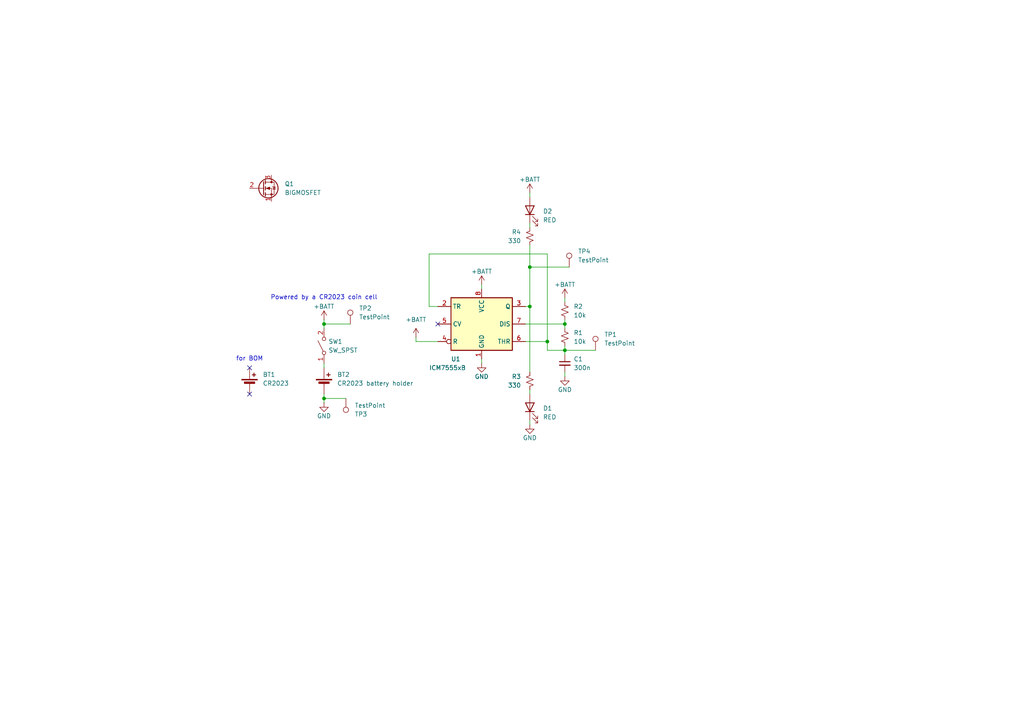
<source format=kicad_sch>
(kicad_sch (version 20250114) (generator "eeschema") (generator_version "9.0")
  (paper "A4")
  (title_block (title "Blinky Board") (date "2025-04-07") (rev "1.0") (company "PSU ECE Inc"))
  (lib_symbols
    (symbol "Connector:TestPoint" (pin_numbers (hide yes)) (pin_names (offset 0.762) (hide yes))
      (property "Reference" "TP" (at 0 6.858 0))
      (property "Value" "TestPoint" (at 0 5.08 0))
      (symbol "TestPoint_0_1"
        (circle (center 0 3.302) (radius 0.762))
      )
      (symbol "TestPoint_1_1"
        (pin passive line (at 0 0 90) (length 2.54) (name "1") (number "1"))
      )
    )
    (symbol "Device:Battery_Cell" (pin_numbers (hide yes)) (pin_names (offset 0) (hide yes))
      (property "Reference" "BT" (at 2.54 2.54 0))
      (property "Value" "Battery_Cell" (at 2.54 0 0))
      (symbol "Battery_Cell_0_1"
        (rectangle (start -2.286 1.778) (end 2.286 1.524) (fill (type outline)))
        (rectangle (start -1.524 1.016) (end 1.524 0.508) (fill (type outline)))
        (polyline (pts (xy 0 1.778) (xy 0 2.54)))
        (polyline (pts (xy 0 0.762) (xy 0 0)))
        (polyline (pts (xy 0.762 3.048) (xy 1.778 3.048)) (stroke (width 0.254)))
        (polyline (pts (xy 1.27 3.556) (xy 1.27 2.54)) (stroke (width 0.254)))
      )
      (symbol "Battery_Cell_1_1"
        (pin passive line (at 0 5.08 270) (length 2.54) (name "+") (number "1"))
        (pin passive line (at 0 -2.54 90) (length 2.54) (name "-") (number "2"))
      )
    )
    (symbol "Device:C_Small" (pin_numbers (hide yes)) (pin_names (offset 0.254) (hide yes))
      (property "Reference" "C" (at 0.254 1.778 0))
      (property "Value" "C_Small" (at 0.254 -2.032 0))
      (symbol "C_Small_0_1"
        (polyline (pts (xy -1.524 0.508) (xy 1.524 0.508)) (stroke (width 0.3048)))
        (polyline (pts (xy -1.524 -0.508) (xy 1.524 -0.508)) (stroke (width 0.3302)))
      )
      (symbol "C_Small_1_1"
        (pin passive line (at 0 2.54 270) (length 2.032) (name "~") (number "1"))
        (pin passive line (at 0 -2.54 90) (length 2.032) (name "~") (number "2"))
      )
    )
    (symbol "Device:LED" (pin_numbers (hide yes)) (pin_names (offset 1.016) (hide yes))
      (property "Reference" "D" (at 0 2.54 0))
      (property "Value" "LED" (at 0 -2.54 0))
      (symbol "LED_0_1"
        (polyline (pts (xy -3.048 -0.762) (xy -4.572 -2.286) (xy -3.81 -2.286) (xy -4.572 -2.286) (xy -4.572 -1.524)))
        (polyline (pts (xy -1.778 -0.762) (xy -3.302 -2.286) (xy -2.54 -2.286) (xy -3.302 -2.286) (xy -3.302 -1.524)))
        (polyline (pts (xy -1.27 0) (xy 1.27 0)))
        (polyline (pts (xy -1.27 -1.27) (xy -1.27 1.27)) (stroke (width 0.254)))
        (polyline (pts (xy 1.27 -1.27) (xy 1.27 1.27) (xy -1.27 0) (xy 1.27 -1.27)) (stroke (width 0.254)))
      )
      (symbol "LED_1_1"
        (pin passive line (at -3.81 0 0) (length 2.54) (name "K") (number "1"))
        (pin passive line (at 3.81 0 180) (length 2.54) (name "A") (number "2"))
      )
    )
    (symbol "Device:R_Small_US" (pin_numbers (hide yes)) (pin_names (offset 0.254) (hide yes))
      (property "Reference" "R" (at 0.762 0.508 0))
      (property "Value" "R_Small_US" (at 0.762 -1.016 0))
      (symbol "R_Small_US_1_1"
        (polyline (pts (xy 0 1.524) (xy 1.016 1.143) (xy 0 0.762) (xy -1.016 0.381) (xy 0 0)))
        (polyline (pts (xy 0 0) (xy 1.016 -0.381) (xy 0 -0.762) (xy -1.016 -1.143) (xy 0 -1.524)))
        (pin passive line (at 0 2.54 270) (length 1.016) (name "~") (number "1"))
        (pin passive line (at 0 -2.54 90) (length 1.016) (name "~") (number "2"))
      )
    )
    (symbol "Switch:SW_SPST" (pin_names (offset 0) (hide yes))
      (property "Reference" "SW" (at 0 3.175 0))
      (property "Value" "SW_SPST" (at 0 -2.54 0))
      (symbol "SW_SPST_0_0"
        (circle (center -2.032 0) (radius 0.508))
        (polyline (pts (xy -1.524 0.254) (xy 1.524 1.778)))
        (circle (center 2.032 0) (radius 0.508))
      )
      (symbol "SW_SPST_1_1"
        (pin passive line (at -5.08 0 0) (length 2.54) (name "A") (number "1"))
        (pin passive line (at 5.08 0 180) (length 2.54) (name "B") (number "2"))
      )
    )
    (symbol "Timer:ICM7555xB"
      (property "Reference" "U" (at -10.16 8.89 0))
      (property "Value" "ICM7555xB" (at 2.54 8.89 0))
      (symbol "ICM7555xB_0_0"
        (pin power_in line (at 0 10.16 270) (length 2.54) (name "VCC") (number "8"))
        (pin power_in line (at 0 -10.16 90) (length 2.54) (name "GND") (number "1"))
      )
      (symbol "ICM7555xB_0_1"
        (rectangle (start -8.89 -7.62) (end 8.89 7.62) (stroke (width 0.254)) (fill (type background)))
        (rectangle (start -8.89 -7.62) (end 8.89 7.62) (stroke (width 0.254)) (fill (type background)))
      )
      (symbol "ICM7555xB_1_1"
        (pin input line (at -12.7 5.08 0) (length 3.81) (name "TR") (number "2"))
        (pin input line (at -12.7 0 0) (length 3.81) (name "CV") (number "5"))
        (pin input inverted (at -12.7 -5.08 0) (length 3.81) (name "R") (number "4"))
        (pin output line (at 12.7 5.08 180) (length 3.81) (name "Q") (number "3"))
        (pin input line (at 12.7 0 180) (length 3.81) (name "DIS") (number "7"))
        (pin input line (at 12.7 -5.08 180) (length 3.81) (name "THR") (number "6"))
      )
    )
    (symbol "power:+BATT" (power) (pin_numbers (hide yes)) (pin_names (offset 0) (hide yes))
      (property "Value" "+BATT" (at 0 3.556 0))
      (symbol "+BATT_0_1"
        (polyline (pts (xy -0.762 1.27) (xy 0 2.54)))
        (polyline (pts (xy 0 2.54) (xy 0.762 1.27)))
        (polyline (pts (xy 0 0) (xy 0 2.54)))
      )
      (symbol "+BATT_1_1"
        (pin power_in line (at 0 0 90) (length 0) (name "~") (number "1"))
      )
    )
    (symbol "power:GND" (power) (pin_numbers (hide yes)) (pin_names (offset 0) (hide yes))
      (property "Value" "GND" (at 0 -3.81 0))
      (symbol "GND_0_1"
        (polyline (pts (xy 0 0) (xy 0 -1.27) (xy 1.27 -1.27) (xy 0 -2.54) (xy -1.27 -1.27) (xy 0 -1.27)))
      )
      (symbol "GND_1_1"
        (pin power_in line (at 0 0 270) (length 0) (name "~") (number "1"))
      )
    )
    (symbol "workshop-lib:BIGMOSFET" (pin_names (hide yes))
      (property "Reference" "Q" (at 5.08 1.905 0))
      (property "Value" "BIGMOSFET" (at 5.08 0 0))
      (symbol "BIGMOSFET_0_1"
        (polyline (pts (xy 0.254 1.905) (xy 0.254 -1.905)) (stroke (width 0.254)))
        (polyline (pts (xy 0.254 0) (xy -2.54 0)))
        (polyline (pts (xy 0.762 2.286) (xy 0.762 1.27)) (stroke (width 0.254)))
        (polyline (pts (xy 0.762 0.508) (xy 0.762 -0.508)) (stroke (width 0.254)))
        (polyline (pts (xy 0.762 -1.27) (xy 0.762 -2.286)) (stroke (width 0.254)))
        (polyline (pts (xy 0.762 -1.778) (xy 3.302 -1.778) (xy 3.302 1.778) (xy 0.762 1.778)))
        (polyline (pts (xy 1.016 0) (xy 2.032 0.381) (xy 2.032 -0.381) (xy 1.016 0)) (fill (type outline)))
        (circle (center 1.651 0) (radius 2.794) (stroke (width 0.254)))
        (polyline (pts (xy 2.54 2.54) (xy 2.54 1.778)))
        (circle (center 2.54 1.778) (radius 0.254) (fill (type outline)))
        (circle (center 2.54 -1.778) (radius 0.254) (fill (type outline)))
        (polyline (pts (xy 2.54 -2.54) (xy 2.54 0) (xy 0.762 0)))
        (polyline (pts (xy 2.794 0.508) (xy 2.921 0.381) (xy 3.683 0.381) (xy 3.81 0.254)))
        (polyline (pts (xy 3.302 0.381) (xy 2.921 -0.254) (xy 3.683 -0.254) (xy 3.302 0.381)))
      )
      (symbol "BIGMOSFET_1_1"
        (pin input line (at -3.81 0 0) (length 1.27) (name "G") (number "2"))
        (pin passive line (at 2.54 3.81 270) (length 1.27) (name "D") (number "3"))
        (pin passive line (at 2.54 3.81 270) (length 1.27) (hide yes) (name "D") (number "4"))
        (pin passive line (at 2.54 -3.81 90) (length 1.27) (name "S") (number "1"))
        (pin passive line (at 2.54 -3.81 90) (length 1.27) (hide yes) (name "S") (number "5"))
        (pin passive line (at 2.54 -3.81 90) (length 1.27) (hide yes) (name "S") (number "6"))
      )
    )
  )
  (text "for BOM" (at 72.39 104.14 0) (effects (font (size 1.27 1.27))))
  (text "Powered by a CR2023 coin cell" (at 93.98 86.36 0) (effects (font (size 1.27 1.27))))
  (junction (at 93.98 115.57))
  (junction (at 163.83 101.6))
  (junction (at 153.67 88.9))
  (junction (at 153.67 77.47))
  (junction (at 93.98 93.98))
  (junction (at 163.83 93.98))
  (junction (at 158.75 99.06))
  (no_connect (at 127 93.98))
  (no_connect (at 72.39 114.3))
  (no_connect (at 72.39 106.68))
  (wire (pts (xy 152.4 99.06) (xy 158.75 99.06)))
  (wire (pts (xy 124.46 73.66) (xy 124.46 88.9)))
  (wire (pts (xy 158.75 101.6) (xy 163.83 101.6)))
  (wire (pts (xy 124.46 88.9) (xy 127 88.9)))
  (wire (pts (xy 158.75 73.66) (xy 158.75 99.06)))
  (wire (pts (xy 93.98 93.98) (xy 93.98 95.25)))
  (wire (pts (xy 93.98 114.3) (xy 93.98 115.57)))
  (wire (pts (xy 153.67 114.3) (xy 153.67 113.03)))
  (wire (pts (xy 158.75 99.06) (xy 158.75 101.6)))
  (wire (pts (xy 93.98 93.98) (xy 101.6 93.98)))
  (wire (pts (xy 120.65 97.79) (xy 120.65 99.06)))
  (wire (pts (xy 153.67 77.47) (xy 153.67 88.9)))
  (wire (pts (xy 153.67 77.47) (xy 165.1 77.47)))
  (wire (pts (xy 93.98 105.41) (xy 93.98 106.68)))
  (wire (pts (xy 163.83 101.6) (xy 163.83 102.87)))
  (wire (pts (xy 153.67 55.88) (xy 153.67 57.15)))
  (wire (pts (xy 153.67 71.12) (xy 153.67 77.47)))
  (wire (pts (xy 139.7 82.55) (xy 139.7 83.82)))
  (wire (pts (xy 93.98 115.57) (xy 93.98 116.84)))
  (wire (pts (xy 124.46 73.66) (xy 158.75 73.66)))
  (wire (pts (xy 163.83 109.22) (xy 163.83 107.95)))
  (wire (pts (xy 120.65 99.06) (xy 127 99.06)))
  (wire (pts (xy 139.7 104.14) (xy 139.7 105.41)))
  (wire (pts (xy 153.67 123.19) (xy 153.67 121.92)))
  (wire (pts (xy 163.83 93.98) (xy 163.83 95.25)))
  (wire (pts (xy 163.83 100.33) (xy 163.83 101.6)))
  (wire (pts (xy 153.67 88.9) (xy 153.67 107.95)))
  (wire (pts (xy 152.4 93.98) (xy 163.83 93.98)))
  (wire (pts (xy 93.98 115.57) (xy 100.33 115.57)))
  (wire (pts (xy 163.83 86.36) (xy 163.83 87.63)))
  (wire (pts (xy 163.83 92.71) (xy 163.83 93.98)))
  (wire (pts (xy 152.4 88.9) (xy 153.67 88.9)))
  (wire (pts (xy 153.67 64.77) (xy 153.67 66.04)))
  (wire (pts (xy 93.98 92.71) (xy 93.98 93.98)))
  (wire (pts (xy 163.83 101.6) (xy 172.72 101.6)))
  (symbol (lib_id "Device:R_Small_US") (at 153.67 110.49 0) (mirror y) (unit 1)
    (property "Reference" "R3" (at 151.13 109.2199 0) (effects (justify left)))
    (property "Value" "330" (at 151.13 111.7599 0) (effects (justify left)))
    (property "Footprint" "Resistor_SMD:R_0805_2012Metric" (effects (hide yes)))
    (property "Description" "Resistor, small US symbol" (effects (hide yes)))
  )
  (symbol (lib_id "Device:R_Small_US") (at 153.67 68.58 0) (mirror y) (unit 1)
    (property "Reference" "R4" (at 151.13 67.3099 0) (effects (justify left)))
    (property "Value" "330" (at 151.13 69.8499 0) (effects (justify left)))
    (property "Footprint" "Resistor_SMD:R_0805_2012Metric" (effects (hide yes)))
    (property "Description" "Resistor, small US symbol" (effects (hide yes)))
  )
  (symbol (lib_id "Device:C_Small") (at 163.83 105.41 0) (unit 1)
    (property "Reference" "C1" (at 166.37 104.1462 0) (effects (justify left)))
    (property "Value" "300n" (at 166.37 106.6862 0) (effects (justify left)))
    (property "Footprint" "Capacitor_SMD:C_0805_2012Metric" (effects (hide yes)))
    (property "Description" "Unpolarized capacitor, small symbol" (effects (hide yes)))
  )
  (symbol (lib_id "power:GND") (at 93.98 116.84 0) (unit 1)
    (property "Reference" "#PWR04" (effects (hide yes)))
    (property "Value" "GND" (at 93.98 120.65 0))
    (property "Description" "Power symbol creates a global label with name \"GND\" , ground" (effects (hide yes)))
  )
  (symbol (lib_id "workshop-lib:BIGMOSFET") (at 76.2 54.61 0) (unit 1)
    (property "Reference" "Q1" (at 82.55 53.3399 0) (effects (justify left)))
    (property "Value" "BIGMOSFET" (at 82.55 55.8799 0) (effects (justify left)))
    (property "Footprint" "Package_TO_SOT_SMD:TSOT-23-6_HandSoldering" (effects (hide yes)))
    (property "Datasheet" "https://www.vishay.com/docs/70226/70226.pdf" (effects (hide yes)))
    (property "Description" "0.2A Id, 200V Vds, N-Channel MOSFET, 2.6V Logic Level, TO-92" (effects (hide yes)))
  )
  (symbol (lib_id "power:GND") (at 163.83 109.22 0) (unit 1)
    (property "Reference" "#PWR05" (effects (hide yes)))
    (property "Value" "GND" (at 163.83 113.03 0))
    (property "Description" "Power symbol creates a global label with name \"GND\" , ground" (effects (hide yes)))
  )
  (symbol (lib_id "Device:R_Small_US") (at 163.83 97.79 0) (unit 1)
    (property "Reference" "R1" (at 166.37 96.5199 0) (effects (justify left)))
    (property "Value" "10k" (at 166.37 99.0599 0) (effects (justify left)))
    (property "Footprint" "Resistor_SMD:R_0805_2012Metric" (effects (hide yes)))
    (property "Description" "Resistor, small US symbol" (effects (hide yes)))
  )
  (symbol (lib_id "power:+BATT") (at 120.65 97.79 0) (unit 1)
    (property "Reference" "#PWR07" (effects (hide yes)))
    (property "Value" "+BATT" (at 120.65 92.71 0))
    (property "Description" "Power symbol creates a global label with name \"+BATT\"" (effects (hide yes)))
  )
  (symbol (lib_id "Connector:TestPoint") (at 101.6 93.98 0) (unit 1) (in_bom no)
    (property "Reference" "TP2" (at 104.14 89.4079 0) (effects (justify left)))
    (property "Value" "TestPoint" (at 104.14 91.9479 0) (effects (justify left)))
    (property "Footprint" "TestPoint:TestPoint_THTPad_D1.0mm_Drill0.5mm" (effects (hide yes)))
    (property "Description" "test point" (effects (hide yes)))
  )
  (symbol (lib_id "power:+BATT") (at 153.67 55.88 0) (unit 1)
    (property "Reference" "#PWR09" (effects (hide yes)))
    (property "Value" "+BATT" (at 153.67 52.07 0))
    (property "Description" "Power symbol creates a global label with name \"+BATT\"" (effects (hide yes)))
  )
  (symbol (lib_id "power:GND") (at 139.7 105.41 0) (unit 1)
    (property "Reference" "#PWR01" (effects (hide yes)))
    (property "Value" "GND" (at 139.7 109.22 0))
    (property "Description" "Power symbol creates a global label with name \"GND\" , ground" (effects (hide yes)))
  )
  (symbol (lib_id "power:+BATT") (at 93.98 92.71 0) (unit 1)
    (property "Reference" "#PWR02" (effects (hide yes)))
    (property "Value" "+BATT" (at 93.98 88.9 0))
    (property "Description" "Power symbol creates a global label with name \"+BATT\"" (effects (hide yes)))
  )
  (symbol (lib_id "Device:LED") (at 153.67 118.11 90) (unit 1)
    (property "Reference" "D1" (at 157.48 118.4274 90) (effects (justify right)))
    (property "Value" "RED" (at 157.48 120.9674 90) (effects (justify right)))
    (property "Footprint" "LED_SMD:LED_0805_2012Metric" (effects (hide yes)))
    (property "Description" "Light emitting diode" (effects (hide yes)))
    (property "Sim.Pins" "1=K 2=A" (effects (hide yes)))
  )
  (symbol (lib_id "Connector:TestPoint") (at 100.33 115.57 0) (mirror x) (unit 1) (in_bom no)
    (property "Reference" "TP3" (at 102.87 120.1421 0) (effects (justify left)))
    (property "Value" "TestPoint" (at 102.87 117.6021 0) (effects (justify left)))
    (property "Footprint" "TestPoint:TestPoint_THTPad_D1.0mm_Drill0.5mm" (effects (hide yes)))
    (property "Description" "test point" (effects (hide yes)))
  )
  (symbol (lib_id "Connector:TestPoint") (at 172.72 101.6 0) (unit 1) (in_bom no)
    (property "Reference" "TP1" (at 175.26 97.0279 0) (effects (justify left)))
    (property "Value" "TestPoint" (at 175.26 99.5679 0) (effects (justify left)))
    (property "Footprint" "TestPoint:TestPoint_THTPad_D1.0mm_Drill0.5mm" (effects (hide yes)))
    (property "Description" "test point" (effects (hide yes)))
  )
  (symbol (lib_id "Device:Battery_Cell") (at 93.98 111.76 0) (unit 1)
    (property "Reference" "BT2" (at 97.79 108.6484 0) (effects (justify left)))
    (property "Value" "CR2023 battery holder" (at 97.79 111.1884 0) (effects (justify left)))
    (property "Footprint" "Battery:BatteryHolder_Keystone_1060_1x2032" (effects (hide yes)))
    (property "Datasheet" "https://www.keyelco.com/userAssets/file/M65p4.pdf" (effects (hide yes)))
    (property "Description" "Single-cell battery" (effects (hide yes)))
    (property "DPN" "36-1060-ND" (effects (hide yes)))
    (property "DST" "DigiKey" (effects (hide yes)))
    (property "MFR" "Keystone Electronics" (effects (hide yes)))
    (property "MPN" "1060" (effects (hide yes)))
  )
  (symbol (lib_id "power:GND") (at 153.67 123.19 0) (unit 1)
    (property "Reference" "#PWR08" (effects (hide yes)))
    (property "Value" "GND" (at 153.67 127 0))
    (property "Description" "Power symbol creates a global label with name \"GND\" , ground" (effects (hide yes)))
  )
  (symbol (lib_id "Device:Battery_Cell") (at 72.39 111.76 0) (unit 1) (on_board no)
    (property "Reference" "BT1" (at 76.2 108.6484 0) (effects (justify left)))
    (property "Value" "CR2023" (at 76.2 111.1884 0) (effects (justify left)))
    (property "Description" "Single-cell battery" (effects (hide yes)))
  )
  (symbol (lib_id "Timer:ICM7555xB") (at 139.7 93.98 0) (unit 1)
    (property "Reference" "U1" (at 130.81 104.14 0) (effects (justify left)))
    (property "Value" "ICM7555xB" (at 124.46 106.68 0) (effects (justify left)))
    (property "Footprint" "Package_SO:SOIC-8_3.9x4.9mm_P1.27mm" (effects (hide yes)))
    (property "Datasheet" "http://www.intersil.com/content/dam/Intersil/documents/icm7/icm7555-56.pdf" (effects (hide yes)))
    (property "Description" "CMOS General Purpose Timer, 555 compatible, SOIC-8" (effects (hide yes)))
  )
  (symbol (lib_id "Device:LED") (at 153.67 60.96 90) (unit 1)
    (property "Reference" "D2" (at 157.48 61.2774 90) (effects (justify right)))
    (property "Value" "RED" (at 157.48 63.8174 90) (effects (justify right)))
    (property "Footprint" "LED_SMD:LED_0805_2012Metric" (effects (hide yes)))
    (property "Description" "Light emitting diode" (effects (hide yes)))
    (property "Sim.Pins" "1=K 2=A" (effects (hide yes)))
  )
  (symbol (lib_id "Connector:TestPoint") (at 165.1 77.47 0) (unit 1) (in_bom no)
    (property "Reference" "TP4" (at 167.64 72.8979 0) (effects (justify left)))
    (property "Value" "TestPoint" (at 167.64 75.4379 0) (effects (justify left)))
    (property "Footprint" "TestPoint:TestPoint_THTPad_D1.0mm_Drill0.5mm" (effects (hide yes)))
    (property "Description" "test point" (effects (hide yes)))
  )
  (symbol (lib_id "power:+BATT") (at 163.83 86.36 0) (unit 1)
    (property "Reference" "#PWR06" (effects (hide yes)))
    (property "Value" "+BATT" (at 163.83 82.55 0))
    (property "Description" "Power symbol creates a global label with name \"+BATT\"" (effects (hide yes)))
  )
  (symbol (lib_id "Device:R_Small_US") (at 163.83 90.17 0) (unit 1)
    (property "Reference" "R2" (at 166.37 88.8999 0) (effects (justify left)))
    (property "Value" "10k" (at 166.37 91.4399 0) (effects (justify left)))
    (property "Footprint" "Resistor_SMD:R_0805_2012Metric" (effects (hide yes)))
    (property "Description" "Resistor, small US symbol" (effects (hide yes)))
  )
  (symbol (lib_id "power:+BATT") (at 139.7 82.55 0) (unit 1)
    (property "Reference" "#PWR03" (effects (hide yes)))
    (property "Value" "+BATT" (at 139.7 78.74 0))
    (property "Description" "Power symbol creates a global label with name \"+BATT\"" (effects (hide yes)))
  )
  (symbol (lib_id "Switch:SW_SPST") (at 93.98 100.33 90) (unit 1)
    (property "Reference" "SW1" (at 95.25 99.0599 90) (effects (justify right)))
    (property "Value" "SW_SPST" (at 95.25 101.5999 90) (effects (justify right)))
    (property "Footprint" "Button_Switch_SMD:SW_DIP_SPSTx01_Slide_Omron_A6S-110x_W8.9mm_P2.54mm" (effects (hide yes)))
    (property "Description" "Single Pole Single Throw (SPST) switch" (effects (hide yes)))
  )
)
</source>
